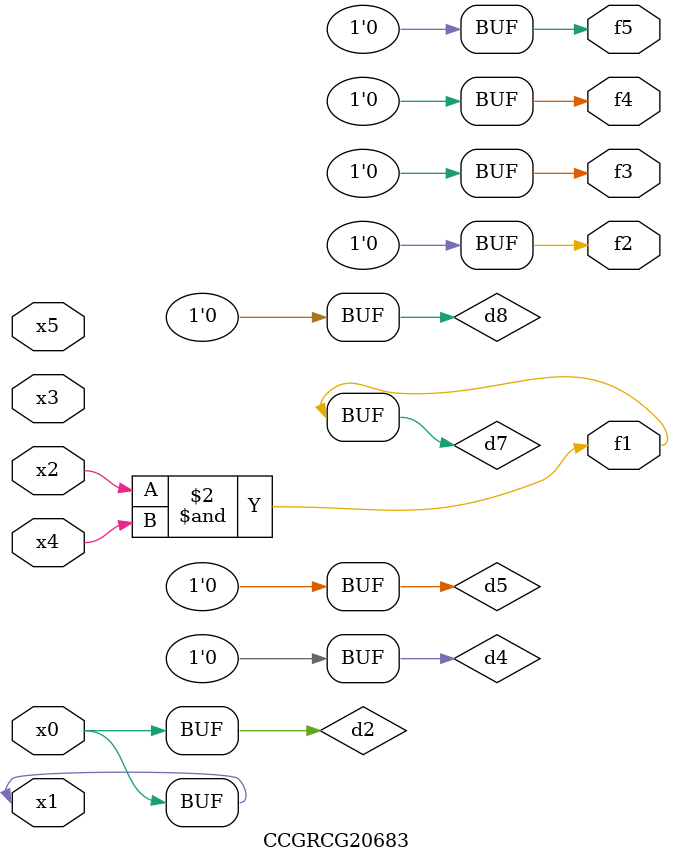
<source format=v>
module CCGRCG20683(
	input x0, x1, x2, x3, x4, x5,
	output f1, f2, f3, f4, f5
);

	wire d1, d2, d3, d4, d5, d6, d7, d8, d9;

	nand (d1, x1);
	buf (d2, x0, x1);
	nand (d3, x2, x4);
	and (d4, d1, d2);
	and (d5, d1, d2);
	nand (d6, d1, d3);
	not (d7, d3);
	xor (d8, d5);
	nor (d9, d5, d6);
	assign f1 = d7;
	assign f2 = d8;
	assign f3 = d8;
	assign f4 = d8;
	assign f5 = d8;
endmodule

</source>
